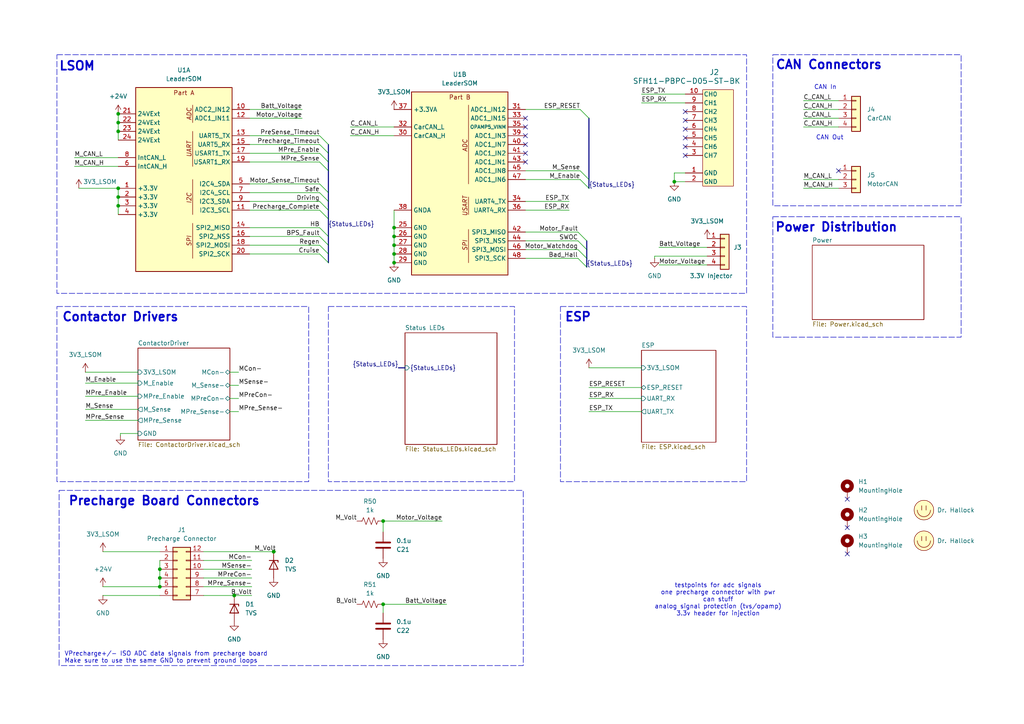
<source format=kicad_sch>
(kicad_sch (version 20250114) (generator "eeschema") (generator_version "9.0")
  (paper "A4")
  (lib_symbols
    (symbol "Connector_Generic:Conn_01x03" (pin_names (offset 1.016) (hide yes))
      (property "Reference" "J" (at 0 5.08 0))
      (property "Value" "Conn_01x03" (at 0 -5.08 0))
      (symbol "Conn_01x03_1_1"
        (rectangle (start -1.27 3.81) (end 1.27 -3.81) (stroke (width 0.254)) (fill (type background)))
        (rectangle (start -1.27 2.667) (end 0 2.413) (stroke (width 0.1524)))
        (rectangle (start -1.27 0.127) (end 0 -0.127) (stroke (width 0.1524)))
        (rectangle (start -1.27 -2.413) (end 0 -2.667) (stroke (width 0.1524)))
        (pin passive line (at -5.08 2.54 0) (length 3.81) (name "Pin_1") (number "1"))
        (pin passive line (at -5.08 0 0) (length 3.81) (name "Pin_2") (number "2"))
        (pin passive line (at -5.08 -2.54 0) (length 3.81) (name "Pin_3") (number "3"))
      )
    )
    (symbol "Connector_Generic:Conn_01x04" (pin_names (offset 1.016) (hide yes))
      (property "Reference" "J" (at 0 5.08 0))
      (property "Value" "Conn_01x04" (at 0 -7.62 0))
      (symbol "Conn_01x04_1_1"
        (rectangle (start -1.27 3.81) (end 1.27 -6.35) (stroke (width 0.254)) (fill (type background)))
        (rectangle (start -1.27 2.667) (end 0 2.413) (stroke (width 0.1524)))
        (rectangle (start -1.27 0.127) (end 0 -0.127) (stroke (width 0.1524)))
        (rectangle (start -1.27 -2.413) (end 0 -2.667) (stroke (width 0.1524)))
        (rectangle (start -1.27 -4.953) (end 0 -5.207) (stroke (width 0.1524)))
        (pin passive line (at -5.08 2.54 0) (length 3.81) (name "Pin_1") (number "1"))
        (pin passive line (at -5.08 0 0) (length 3.81) (name "Pin_2") (number "2"))
        (pin passive line (at -5.08 -2.54 0) (length 3.81) (name "Pin_3") (number "3"))
        (pin passive line (at -5.08 -5.08 0) (length 3.81) (name "Pin_4") (number "4"))
      )
    )
    (symbol "Connector_Generic:Conn_02x06_Counter_Clockwise" (pin_names (offset 1.016) (hide yes))
      (property "Reference" "J" (at 1.27 7.62 0))
      (property "Value" "Conn_02x06_Counter_Clockwise" (at 1.27 -10.16 0))
      (symbol "Conn_02x06_Counter_Clockwise_1_1"
        (rectangle (start -1.27 6.35) (end 3.81 -8.89) (stroke (width 0.254)) (fill (type background)))
        (rectangle (start -1.27 5.207) (end 0 4.953) (stroke (width 0.1524)))
        (rectangle (start -1.27 2.667) (end 0 2.413) (stroke (width 0.1524)))
        (rectangle (start -1.27 0.127) (end 0 -0.127) (stroke (width 0.1524)))
        (rectangle (start -1.27 -2.413) (end 0 -2.667) (stroke (width 0.1524)))
        (rectangle (start -1.27 -4.953) (end 0 -5.207) (stroke (width 0.1524)))
        (rectangle (start -1.27 -7.493) (end 0 -7.747) (stroke (width 0.1524)))
        (rectangle (start 3.81 5.207) (end 2.54 4.953) (stroke (width 0.1524)))
        (rectangle (start 3.81 2.667) (end 2.54 2.413) (stroke (width 0.1524)))
        (rectangle (start 3.81 0.127) (end 2.54 -0.127) (stroke (width 0.1524)))
        (rectangle (start 3.81 -2.413) (end 2.54 -2.667) (stroke (width 0.1524)))
        (rectangle (start 3.81 -4.953) (end 2.54 -5.207) (stroke (width 0.1524)))
        (rectangle (start 3.81 -7.493) (end 2.54 -7.747) (stroke (width 0.1524)))
        (pin passive line (at -5.08 5.08 0) (length 3.81) (name "Pin_1") (number "1"))
        (pin passive line (at -5.08 2.54 0) (length 3.81) (name "Pin_2") (number "2"))
        (pin passive line (at -5.08 0 0) (length 3.81) (name "Pin_3") (number "3"))
        (pin passive line (at -5.08 -2.54 0) (length 3.81) (name "Pin_4") (number "4"))
        (pin passive line (at -5.08 -5.08 0) (length 3.81) (name "Pin_5") (number "5"))
        (pin passive line (at -5.08 -7.62 0) (length 3.81) (name "Pin_6") (number "6"))
        (pin passive line (at 7.62 5.08 180) (length 3.81) (name "Pin_12") (number "12"))
        (pin passive line (at 7.62 2.54 180) (length 3.81) (name "Pin_11") (number "11"))
        (pin passive line (at 7.62 0 180) (length 3.81) (name "Pin_10") (number "10"))
        (pin passive line (at 7.62 -2.54 180) (length 3.81) (name "Pin_9") (number "9"))
        (pin passive line (at 7.62 -5.08 180) (length 3.81) (name "Pin_8") (number "8"))
        (pin passive line (at 7.62 -7.62 180) (length 3.81) (name "Pin_7") (number "7"))
      )
    )
    (symbol "Device:C" (pin_numbers (hide yes)) (pin_names (offset 0.254))
      (property "Reference" "C" (at 0.635 2.54 0))
      (property "Value" "C" (at 0.635 -2.54 0))
      (symbol "C_0_1"
        (polyline (pts (xy -2.032 0.762) (xy 2.032 0.762)) (stroke (width 0.508)))
        (polyline (pts (xy -2.032 -0.762) (xy 2.032 -0.762)) (stroke (width 0.508)))
      )
      (symbol "C_1_1"
        (pin passive line (at 0 3.81 270) (length 2.794) (name "~") (number "1"))
        (pin passive line (at 0 -3.81 90) (length 2.794) (name "~") (number "2"))
      )
    )
    (symbol "Device:D_Zener" (pin_numbers (hide yes)) (pin_names (offset 1.016) (hide yes))
      (property "Reference" "D" (at 0 2.54 0))
      (property "Value" "D_Zener" (at 0 -2.54 0))
      (symbol "D_Zener_0_1"
        (polyline (pts (xy -1.27 -1.27) (xy -1.27 1.27) (xy -0.762 1.27)) (stroke (width 0.254)))
        (polyline (pts (xy 1.27 0) (xy -1.27 0)))
        (polyline (pts (xy 1.27 -1.27) (xy 1.27 1.27) (xy -1.27 0) (xy 1.27 -1.27)) (stroke (width 0.254)))
      )
      (symbol "D_Zener_1_1"
        (pin passive line (at -3.81 0 0) (length 2.54) (name "K") (number "1"))
        (pin passive line (at 3.81 0 180) (length 2.54) (name "A") (number "2"))
      )
    )
    (symbol "Device:R_US" (pin_numbers (hide yes)) (pin_names (offset 0))
      (property "Reference" "R" (at 2.54 0 90))
      (property "Value" "R_US" (at -2.54 0 90))
      (symbol "R_US_0_1"
        (polyline (pts (xy 0 2.286) (xy 0 2.54)))
        (polyline (pts (xy 0 2.286) (xy 1.016 1.905) (xy 0 1.524) (xy -1.016 1.143) (xy 0 0.762)))
        (polyline (pts (xy 0 0.762) (xy 1.016 0.381) (xy 0 0) (xy -1.016 -0.381) (xy 0 -0.762)))
        (polyline (pts (xy 0 -0.762) (xy 1.016 -1.143) (xy 0 -1.524) (xy -1.016 -1.905) (xy 0 -2.286)))
        (polyline (pts (xy 0 -2.286) (xy 0 -2.54)))
      )
      (symbol "R_US_1_1"
        (pin passive line (at 0 3.81 270) (length 1.27) (name "~") (number "1"))
        (pin passive line (at 0 -3.81 90) (length 1.27) (name "~") (number "2"))
      )
    )
    (symbol "Mechanical:MountingHole_Pad" (pin_numbers (hide yes)) (pin_names (offset 1.016) (hide yes)) (in_bom no)
      (property "Reference" "H" (at 0 6.35 0))
      (property "Value" "MountingHole_Pad" (at 0 4.445 0))
      (symbol "MountingHole_Pad_0_1"
        (circle (center 0 1.27) (radius 1.27) (stroke (width 1.27)))
      )
      (symbol "MountingHole_Pad_1_1"
        (pin input line (at 0 -2.54 90) (length 2.54) (name "1") (number "1"))
      )
    )
    (symbol "UTSVT_Connectors:LeaderSOMConnector"
      (property "Reference" "U" (at 0 30.734 0))
      (property "Value" "LeaderSOM" (at -0.254 28.448 0))
      (symbol "LeaderSOMConnector_1_1"
        (rectangle (start -13.97 26.67) (end 13.97 -26.67) (stroke (width 0.254)) (fill (type background)))
        (polyline (pts (xy 2.54 16.51) (xy 2.54 21.59)))
        (polyline (pts (xy 2.54 3.81) (xy 2.54 13.97)))
        (polyline (pts (xy 2.54 -10.16) (xy 2.54 0)))
        (polyline (pts (xy 2.54 -22.86) (xy 2.54 -12.7)))
        (text "Part A" (at 0 25.146 0) (effects (font (size 1.27 1.27))))
        (text "ADC" (at 1.524 19.05 900) (effects (font (size 1.27 1.27) (italic yes))))
        (text "UART" (at 1.524 8.89 900) (effects (font (size 1.27 1.27) (italic yes))))
        (text "I2C" (at 1.524 -5.334 900) (effects (font (size 1.27 1.27) (italic yes))))
        (text "SPI" (at 1.524 -17.78 900) (effects (font (size 1.27 1.27) (italic yes))))
        (pin input line (at -19.05 19.05 0) (length 5.08) (name "24VExt") (number "21"))
        (pin input line (at -19.05 16.51 0) (length 5.08) (name "24VExt") (number "22"))
        (pin input line (at -19.05 13.97 0) (length 5.08) (name "24VExt") (number "23"))
        (pin input line (at -19.05 11.43 0) (length 5.08) (name "24VExt") (number "24"))
        (pin input line (at -19.05 6.35 0) (length 5.08) (name "IntCAN_L") (number "8"))
        (pin input line (at -19.05 3.81 0) (length 5.08) (name "IntCAN_H") (number "6"))
        (pin output line (at -19.05 -2.54 0) (length 5.08) (name "+3.3V") (number "1"))
        (pin output line (at -19.05 -5.08 0) (length 5.08) (name "+3.3V") (number "2"))
        (pin output line (at -19.05 -7.62 0) (length 5.08) (name "+3.3V") (number "3"))
        (pin output line (at -19.05 -10.16 0) (length 5.08) (name "+3.3V") (number "4"))
        (pin no_connect line (at -19.05 -15.24 0) (length 5.08) (hide yes) (name "MNT") (number "49"))
        (pin no_connect line (at -19.05 -17.78 0) (length 5.08) (hide yes) (name "MNT") (number "50"))
        (pin no_connect line (at -19.05 -20.32 0) (length 5.08) (hide yes) (name "MNT") (number "51"))
        (pin no_connect line (at -19.05 -22.606 0) (length 5.08) (hide yes) (name "MNT") (number "52"))
        (pin input line (at 19.05 20.32 180) (length 5.08) (name "ADC2_IN12") (number "10"))
        (pin input line (at 19.05 17.78 180) (length 5.08) (name "ADC1_IN11") (number "12"))
        (pin bidirectional line (at 19.05 12.7 180) (length 5.08) (name "UART5_TX") (number "13"))
        (pin bidirectional line (at 19.05 10.16 180) (length 5.08) (name "UART5_RX") (number "15"))
        (pin bidirectional line (at 19.05 7.62 180) (length 5.08) (name "USART1_TX") (number "17"))
        (pin bidirectional line (at 19.05 5.08 180) (length 5.08) (name "USART1_RX") (number "19"))
        (pin bidirectional line (at 19.05 -1.27 180) (length 5.08) (name "I2C4_SDA") (number "5"))
        (pin input line (at 19.05 -3.81 180) (length 5.08) (name "I2C4_SCL") (number "7"))
        (pin bidirectional line (at 19.05 -6.35 180) (length 5.08) (name "I2C3_SDA") (number "9"))
        (pin input line (at 19.05 -8.89 180) (length 5.08) (name "I2C3_SCL") (number "11"))
        (pin input line (at 19.05 -13.97 180) (length 5.08) (name "SPI2_MISO") (number "14"))
        (pin output line (at 19.05 -16.51 180) (length 5.08) (name "SPI2_NSS") (number "16"))
        (pin output line (at 19.05 -19.05 180) (length 5.08) (name "SPI2_MOSI") (number "18"))
        (pin output line (at 19.05 -21.59 180) (length 5.08) (name "SPI2_SCK") (number "20"))
      )
      (symbol "LeaderSOMConnector_2_1"
        (rectangle (start -13.97 26.67) (end 13.97 -26.416) (stroke (width 0.254)) (fill (type background)))
        (polyline (pts (xy 2.54 0) (xy 2.54 22.86)))
        (polyline (pts (xy 2.54 -8.89) (xy 2.54 -3.81)))
        (polyline (pts (xy 2.54 -22.86) (xy 2.54 -13.208)))
        (text "Part B" (at 0 25.146 0) (effects (font (size 1.27 1.27))))
        (text "ADC" (at 1.524 11.176 900) (effects (font (size 1.27 1.27) (italic yes))))
        (text "USART" (at 1.524 -6.35 900) (effects (font (size 1.27 1.27) (italic yes))))
        (text "SPI" (at 1.524 -17.78 900) (effects (font (size 1.27 1.27) (italic yes))))
        (pin output line (at -19.05 21.59 0) (length 5.08) (name "+3.3VA") (number "37"))
        (pin input line (at -19.05 16.51 0) (length 5.08) (name "CarCAN_L") (number "32"))
        (pin input line (at -19.05 13.97 0) (length 5.08) (name "CarCAN_H") (number "30"))
        (pin input line (at -19.05 -7.62 0) (length 5.08) (name "GNDA") (number "38"))
        (pin input line (at -19.05 -12.7 0) (length 5.08) (name "GND") (number "25"))
        (pin input line (at -19.05 -15.24 0) (length 5.08) (name "GND") (number "26"))
        (pin input line (at -19.05 -17.78 0) (length 5.08) (name "GND") (number "27"))
        (pin input line (at -19.05 -20.32 0) (length 5.08) (name "GND") (number "28"))
        (pin input line (at -19.05 -22.86 0) (length 5.08) (name "GND") (number "29"))
        (pin input line (at 19.05 21.59 180) (length 5.08) (name "ADC1_IN12") (number "31"))
        (pin output line (at 19.05 19.05 180) (length 5.08) (name "ADC1_IN15") (number "33"))
        (pin output line (at 19.05 16.51 180) (length 5.08) (name "OPAMP5_VINM") (number "35"))
        (pin output line (at 19.05 13.97 180) (length 5.08) (name "ADC1_IN3") (number "39"))
        (pin input line (at 19.05 11.43 180) (length 5.08) (name "ADC1_IN7") (number "40"))
        (pin input line (at 19.05 8.89 180) (length 5.08) (name "ADC1_IN2") (number "41"))
        (pin input line (at 19.05 6.35 180) (length 5.08) (name "ADC1_IN1") (number "43"))
        (pin output line (at 19.05 3.81 180) (length 5.08) (name "ADC1_IN8") (number "45"))
        (pin output line (at 19.05 1.27 180) (length 5.08) (name "ADC1_IN6") (number "47"))
        (pin output line (at 19.05 -5.08 180) (length 5.08) (name "UART4_TX") (number "34"))
        (pin output line (at 19.05 -7.62 180) (length 5.08) (name "UART4_RX") (number "36"))
        (pin output line (at 19.05 -13.97 180) (length 5.08) (name "SPI3_MISO") (number "42"))
        (pin input line (at 19.05 -16.51 180) (length 5.08) (name "SPI3_NSS") (number "44"))
        (pin output line (at 19.05 -19.05 180) (length 5.08) (name "SPI3_MOSI") (number "46"))
        (pin output line (at 19.05 -21.59 180) (length 5.08) (name "SPI3_SCK") (number "48"))
      )
    )
    (symbol "UTSVT_Connectors:SFH11-PBPC-D05-ST-BK" (pin_names (offset 0.254))
      (property "Reference" "J" (at 8.89 6.35 0))
      (property "Value" "SFH11-PBPC-D05-ST-BK" (at 8.89 4.318 0))
      (symbol "SFH11-PBPC-D05-ST-BK_1_1"
        (rectangle (start 5.08 2.54) (end 13.97 -25.4) (fill (type background)))
        (pin output line (at 0 1.27 0) (length 5.08) (name "CH0") (number "10"))
        (pin output line (at 0 -1.27 0) (length 5.08) (name "CH1") (number "9"))
        (pin output line (at 0 -3.81 0) (length 5.08) (name "CH2") (number "8"))
        (pin output line (at 0 -6.35 0) (length 5.08) (name "CH3") (number "7"))
        (pin output line (at 0 -8.89 0) (length 5.08) (name "CH4") (number "6"))
        (pin output line (at 0 -11.43 0) (length 5.08) (name "CH5") (number "5"))
        (pin output line (at 0 -13.97 0) (length 5.08) (name "CH6") (number "4"))
        (pin output line (at 0 -16.51 0) (length 5.08) (name "CH7") (number "3"))
        (pin output line (at 0 -21.59 0) (length 5.08) (name "GND") (number "1"))
        (pin output line (at 0 -24.13 0) (length 5.08) (name "GND") (number "2"))
      )
      (symbol "SFH11-PBPC-D05-ST-BK_1_2"
        (polyline (pts (xy 5.08 2.54) (xy 5.08 -25.4)) (stroke (width 0.127)))
        (polyline (pts (xy 5.08 -25.4) (xy 12.7 -25.4)) (stroke (width 0.127)))
        (polyline (pts (xy 7.62 0) (xy 5.08 0)) (stroke (width 0.127)))
        (polyline (pts (xy 7.62 0) (xy 8.89 0.8467)) (stroke (width 0.127)))
        (polyline (pts (xy 7.62 0) (xy 8.89 -0.8467)) (stroke (width 0.127)))
        (polyline (pts (xy 7.62 -2.54) (xy 5.08 -2.54)) (stroke (width 0.127)))
        (polyline (pts (xy 7.62 -2.54) (xy 8.89 -1.6933)) (stroke (width 0.127)))
        (polyline (pts (xy 7.62 -2.54) (xy 8.89 -3.3867)) (stroke (width 0.127)))
        (polyline (pts (xy 7.62 -5.08) (xy 5.08 -5.08)) (stroke (width 0.127)))
        (polyline (pts (xy 7.62 -5.08) (xy 8.89 -4.2333)) (stroke (width 0.127)))
        (polyline (pts (xy 7.62 -5.08) (xy 8.89 -5.9267)) (stroke (width 0.127)))
        (polyline (pts (xy 7.62 -7.62) (xy 5.08 -7.62)) (stroke (width 0.127)))
        (polyline (pts (xy 7.62 -7.62) (xy 8.89 -6.7733)) (stroke (width 0.127)))
        (polyline (pts (xy 7.62 -7.62) (xy 8.89 -8.4667)) (stroke (width 0.127)))
        (polyline (pts (xy 7.62 -10.16) (xy 5.08 -10.16)) (stroke (width 0.127)))
        (polyline (pts (xy 7.62 -10.16) (xy 8.89 -9.3133)) (stroke (width 0.127)))
        (polyline (pts (xy 7.62 -10.16) (xy 8.89 -11.0067)) (stroke (width 0.127)))
        (polyline (pts (xy 7.62 -12.7) (xy 5.08 -12.7)) (stroke (width 0.127)))
        (polyline (pts (xy 7.62 -12.7) (xy 8.89 -11.8533)) (stroke (width 0.127)))
        (polyline (pts (xy 7.62 -12.7) (xy 8.89 -13.5467)) (stroke (width 0.127)))
        (polyline (pts (xy 7.62 -15.24) (xy 5.08 -15.24)) (stroke (width 0.127)))
        (polyline (pts (xy 7.62 -15.24) (xy 8.89 -14.3933)) (stroke (width 0.127)))
        (polyline (pts (xy 7.62 -15.24) (xy 8.89 -16.0867)) (stroke (width 0.127)))
        (polyline (pts (xy 7.62 -17.78) (xy 5.08 -17.78)) (stroke (width 0.127)))
        (polyline (pts (xy 7.62 -17.78) (xy 8.89 -16.9333)) (stroke (width 0.127)))
        (polyline (pts (xy 7.62 -17.78) (xy 8.89 -18.6267)) (stroke (width 0.127)))
        (polyline (pts (xy 7.62 -20.32) (xy 5.08 -20.32)) (stroke (width 0.127)))
        (polyline (pts (xy 7.62 -20.32) (xy 8.89 -19.4733)) (stroke (width 0.127)))
        (polyline (pts (xy 7.62 -20.32) (xy 8.89 -21.1667)) (stroke (width 0.127)))
        (polyline (pts (xy 7.62 -22.86) (xy 5.08 -22.86)) (stroke (width 0.127)))
        (polyline (pts (xy 7.62 -22.86) (xy 8.89 -22.0133)) (stroke (width 0.127)))
        (polyline (pts (xy 7.62 -22.86) (xy 8.89 -23.7067)) (stroke (width 0.127)))
        (polyline (pts (xy 12.7 2.54) (xy 5.08 2.54)) (stroke (width 0.127)))
        (polyline (pts (xy 12.7 -25.4) (xy 12.7 2.54)) (stroke (width 0.127)))
        (pin unspecified line (at 0 0 0) (length 5.08) (name "1") (number "1"))
        (pin unspecified line (at 0 -2.54 0) (length 5.08) (name "2") (number "2"))
        (pin unspecified line (at 0 -5.08 0) (length 5.08) (name "3") (number "3"))
        (pin unspecified line (at 0 -7.62 0) (length 5.08) (name "4") (number "4"))
        (pin unspecified line (at 0 -10.16 0) (length 5.08) (name "5") (number "5"))
        (pin unspecified line (at 0 -12.7 0) (length 5.08) (name "6") (number "6"))
        (pin unspecified line (at 0 -15.24 0) (length 5.08) (name "7") (number "7"))
        (pin unspecified line (at 0 -17.78 0) (length 5.08) (name "8") (number "8"))
        (pin unspecified line (at 0 -20.32 0) (length 5.08) (name "9") (number "9"))
        (pin unspecified line (at 0 -22.86 0) (length 5.08) (name "10") (number "10"))
      )
    )
    (symbol "UTSVT_Misc:Logo_Placeholder" (pin_names (offset 1.016))
      (property "Value" "Dr. Hallock" (at 3.556 0 0))
      (symbol "Logo_Placeholder_0_1"
        (polyline (pts (xy -0.635 1.27) (xy -0.635 0)))
        (arc (start 1.905 0) (mid 0 -1.8967) (end -1.905 0))
        (circle (center 0 0) (radius 2.8448) (fill (type background)))
        (polyline (pts (xy 0.635 1.27) (xy 0.635 0)))
      )
    )
    (symbol "power:+12V" (power) (pin_numbers (hide yes)) (pin_names (offset 0) (hide yes))
      (property "Value" "+12V" (at 0 3.556 0))
      (symbol "+12V_0_1"
        (polyline (pts (xy -0.762 1.27) (xy 0 2.54)))
        (polyline (pts (xy 0 2.54) (xy 0.762 1.27)))
        (polyline (pts (xy 0 0) (xy 0 2.54)))
      )
      (symbol "+12V_1_1"
        (pin power_in line (at 0 0 90) (length 0) (name "~") (number "1"))
      )
    )
    (symbol "power:+3V3" (power) (pin_numbers (hide yes)) (pin_names (offset 0) (hide yes))
      (property "Value" "+3V3" (at 0 3.556 0))
      (symbol "+3V3_0_1"
        (polyline (pts (xy -0.762 1.27) (xy 0 2.54)))
        (polyline (pts (xy 0 2.54) (xy 0.762 1.27)))
        (polyline (pts (xy 0 0) (xy 0 2.54)))
      )
      (symbol "+3V3_1_1"
        (pin power_in line (at 0 0 90) (length 0) (name "~") (number "1"))
      )
    )
    (symbol "power:GND" (power) (pin_numbers (hide yes)) (pin_names (offset 0) (hide yes))
      (property "Value" "GND" (at 0 -3.81 0))
      (symbol "GND_0_1"
        (polyline (pts (xy 0 0) (xy 0 -1.27) (xy 1.27 -1.27) (xy 0 -2.54) (xy -1.27 -1.27) (xy 0 -1.27)))
      )
      (symbol "GND_1_1"
        (pin power_in line (at 0 0 270) (length 0) (name "~") (number "1"))
      )
    )
  )
  (bus_alias "Status_LEDs" (members "Precharge_Complete" "Precharge_Timeout" "PreSense_Timeout" "Motor_Fault" "BPS_Fault" "SWOC" "Motor_Watchdog" "Bad_Hall" "MPre_Sense" "MPre_Enable" "M_Sense" "M_Enable" "HB" "Regen" "Cruise" "Safe" "Driving" "ESP_RESET" "Motor_Sense_Timeout"))
  (rectangle (start 162.56 88.9) (end 216.535 139.7) (stroke (width 0) (type dash)))
  (rectangle (start 17.145 142.24) (end 151.765 193.04) (stroke (width 0) (type dash)))
  (rectangle (start 16.51 15.875) (end 216.535 85.09) (stroke (width 0) (type dash)))
  (rectangle (start 16.51 88.9) (end 89.535 139.7) (stroke (width 0) (type dash)))
  (rectangle (start 224.155 62.865) (end 278.765 97.79) (stroke (width 0) (type dash)))
  (rectangle (start 224.155 15.875) (end 278.765 59.69) (stroke (width 0) (type dash)))
  (rectangle (start 95.25 88.9) (end 149.225 139.7) (stroke (width 0) (type dash)))
  (text "Precharge Board Connectors" (at 47.625 145.415 0) (effects (font (size 2.54 2.54) (thickness 0.508) (bold yes))))
  (text "CAN In" (at 239.395 25.4 0) (effects (font (size 1.27 1.27))))
  (text "Contactor Drivers" (at 34.925 92.075 0) (effects (font (size 2.54 2.54) (thickness 0.508) (bold yes))))
  (text "testpoints for adc signals\none precharge connector with pwr\ncan stuff\nanalog signal protection (tvs/opamp)\n3.3v header for injection\n" (at 208.28 173.99 0) (effects (font (size 1.27 1.27))))
  (text "Power Distribution" (at 242.57 66.04 0) (effects (font (size 2.54 2.54) (thickness 0.508) (bold yes))))
  (text "VPrecharge+/- ISO ADC data signals from precharge board\nMake sure to use the same GND to prevent ground loops" (at 18.669 190.754 0) (effects (font (size 1.27 1.27)) (justify left)))
  (text "LSOM" (at 22.352 19.304 0) (effects (font (size 2.54 2.54) (thickness 0.508) (bold yes))))
  (text "ESP" (at 167.64 92.075 0) (effects (font (size 2.54 2.54) (thickness 0.508) (bold yes))))
  (text "CAN Out" (at 240.665 40.005 0) (effects (font (size 1.27 1.27))))
  (text "CAN Connectors" (at 240.411 18.923 0) (effects (font (size 2.54 2.54) (thickness 0.508) (bold yes))))
  (junction (at 34.29 33.02))
  (junction (at 111.125 151.13))
  (junction (at 34.29 54.61))
  (junction (at 34.29 59.69))
  (junction (at 114.3 73.66))
  (junction (at 114.3 76.2))
  (junction (at 46.355 170.18))
  (junction (at 34.29 38.1))
  (junction (at 67.945 172.72))
  (junction (at 114.3 68.58))
  (junction (at 46.355 165.1))
  (junction (at 46.355 167.64))
  (junction (at 114.3 71.12))
  (junction (at 79.375 160.02))
  (junction (at 195.58 52.705))
  (junction (at 34.29 35.56))
  (junction (at 114.3 66.04))
  (junction (at 111.125 175.26))
  (junction (at 34.29 57.15))
  (no_connect (at 152.4 39.37))
  (no_connect (at 152.4 36.83))
  (no_connect (at 198.755 37.465))
  (no_connect (at 245.745 153.035))
  (no_connect (at 198.755 32.385))
  (no_connect (at 198.755 45.085))
  (no_connect (at 152.4 44.45))
  (no_connect (at 245.745 144.78))
  (no_connect (at 245.745 160.655))
  (no_connect (at 198.755 42.545))
  (no_connect (at 152.4 34.29))
  (no_connect (at 152.4 46.99))
  (no_connect (at 198.755 34.925))
  (no_connect (at 198.755 40.005))
  (no_connect (at 243.205 49.53))
  (no_connect (at 152.4 41.91))
  (bus_entry (at 168.275 52.07) (size 2.54 2.54))
  (bus_entry (at 92.71 41.91) (size 2.54 2.54))
  (bus_entry (at 92.71 44.45) (size 2.54 2.54))
  (bus_entry (at 92.71 55.88) (size 2.54 2.54))
  (bus_entry (at 92.71 46.99) (size 2.54 2.54))
  (bus_entry (at 168.275 31.75) (size 2.54 2.54))
  (bus_entry (at 92.71 60.96) (size 2.54 2.54))
  (bus_entry (at 92.71 68.58) (size 2.54 2.54))
  (bus_entry (at 92.71 39.37) (size 2.54 2.54))
  (bus_entry (at 92.71 66.04) (size 2.54 2.54))
  (bus_entry (at 167.64 72.39) (size 2.54 2.54))
  (bus_entry (at 168.275 49.53) (size 2.54 2.54))
  (bus_entry (at 167.64 67.31) (size 2.54 2.54))
  (bus_entry (at 92.71 53.34) (size 2.54 2.54))
  (bus_entry (at 92.71 73.66) (size 2.54 2.54))
  (bus_entry (at 167.64 74.93) (size 2.54 2.54))
  (bus_entry (at 92.71 58.42) (size 2.54 2.54))
  (bus_entry (at 167.64 69.85) (size 2.54 2.54))
  (bus_entry (at 92.71 71.12) (size 2.54 2.54))
  (wire (pts (xy 152.4 49.53) (xy 168.275 49.53)))
  (wire (pts (xy 66.675 115.57) (xy 69.215 115.57)))
  (wire (pts (xy 152.4 58.42) (xy 165.1 58.42)))
  (wire (pts (xy 24.765 107.95) (xy 40.005 107.95)))
  (wire (pts (xy 72.39 44.45) (xy 92.71 44.45)))
  (wire (pts (xy 46.355 170.18) (xy 46.355 167.64)))
  (wire (pts (xy 24.765 111.125) (xy 40.005 111.125)))
  (wire (pts (xy 152.4 69.85) (xy 167.64 69.85)))
  (bus (pts (xy 170.815 52.07) (xy 170.815 54.61)))
  (wire (pts (xy 233.045 34.29) (xy 243.205 34.29)))
  (wire (pts (xy 128.27 151.13) (xy 111.125 151.13)))
  (bus (pts (xy 95.25 58.42) (xy 95.25 60.96)))
  (wire (pts (xy 34.29 59.69) (xy 34.29 62.23)))
  (wire (pts (xy 34.29 38.1) (xy 34.29 40.64)))
  (wire (pts (xy 114.3 73.66) (xy 114.3 76.2)))
  (bus (pts (xy 95.25 63.5) (xy 95.25 68.58)))
  (wire (pts (xy 72.39 66.04) (xy 92.71 66.04)))
  (wire (pts (xy 114.3 60.96) (xy 114.3 66.04)))
  (wire (pts (xy 59.055 167.64) (xy 73.025 167.64)))
  (bus (pts (xy 95.25 68.58) (xy 95.25 71.12)))
  (wire (pts (xy 24.765 118.745) (xy 40.005 118.745)))
  (wire (pts (xy 191.135 71.755) (xy 205.105 71.755)))
  (wire (pts (xy 114.3 36.83) (xy 101.6 36.83)))
  (wire (pts (xy 152.4 74.93) (xy 167.64 74.93)))
  (wire (pts (xy 34.29 57.15) (xy 34.29 59.69)))
  (wire (pts (xy 189.865 74.295) (xy 189.865 74.93)))
  (wire (pts (xy 72.39 39.37) (xy 92.71 39.37)))
  (wire (pts (xy 152.4 60.96) (xy 165.1 60.96)))
  (wire (pts (xy 72.39 41.91) (xy 92.71 41.91)))
  (wire (pts (xy 66.675 119.38) (xy 69.215 119.38)))
  (wire (pts (xy 80.01 160.02) (xy 79.375 160.02)))
  (wire (pts (xy 233.045 29.21) (xy 243.205 29.21)))
  (bus (pts (xy 95.25 73.66) (xy 95.25 76.2)))
  (wire (pts (xy 191.135 76.835) (xy 205.105 76.835)))
  (wire (pts (xy 34.29 54.61) (xy 34.29 57.15)))
  (bus (pts (xy 170.18 72.39) (xy 170.18 74.93)))
  (wire (pts (xy 233.045 31.75) (xy 243.205 31.75)))
  (wire (pts (xy 34.925 125.73) (xy 34.925 126.365)))
  (wire (pts (xy 114.3 39.37) (xy 101.6 39.37)))
  (wire (pts (xy 29.845 172.72) (xy 46.355 172.72)))
  (wire (pts (xy 152.4 67.31) (xy 167.64 67.31)))
  (wire (pts (xy 72.39 53.34) (xy 92.71 53.34)))
  (bus (pts (xy 95.25 46.99) (xy 95.25 49.53)))
  (wire (pts (xy 72.39 31.75) (xy 87.63 31.75)))
  (wire (pts (xy 24.765 114.935) (xy 40.005 114.935)))
  (wire (pts (xy 111.125 151.13) (xy 111.125 154.305)))
  (wire (pts (xy 195.58 52.705) (xy 198.755 52.705)))
  (bus (pts (xy 95.25 49.53) (xy 95.25 55.88)))
  (wire (pts (xy 46.355 165.1) (xy 46.355 167.64)))
  (wire (pts (xy 233.045 54.61) (xy 243.205 54.61)))
  (wire (pts (xy 111.125 175.26) (xy 111.125 177.8)))
  (wire (pts (xy 152.4 72.39) (xy 167.64 72.39)))
  (wire (pts (xy 72.39 71.12) (xy 92.71 71.12)))
  (wire (pts (xy 152.4 52.07) (xy 168.275 52.07)))
  (wire (pts (xy 29.845 170.18) (xy 46.355 170.18)))
  (wire (pts (xy 170.815 106.68) (xy 186.055 106.68)))
  (wire (pts (xy 92.71 46.99) (xy 72.39 46.99)))
  (bus (pts (xy 95.25 44.45) (xy 95.25 46.99)))
  (wire (pts (xy 29.845 160.02) (xy 46.355 160.02)))
  (wire (pts (xy 114.3 68.58) (xy 114.3 71.12)))
  (wire (pts (xy 34.29 33.02) (xy 34.29 35.56)))
  (wire (pts (xy 46.355 162.56) (xy 46.355 165.1)))
  (wire (pts (xy 34.29 35.56) (xy 34.29 38.1)))
  (wire (pts (xy 72.39 58.42) (xy 92.71 58.42)))
  (wire (pts (xy 22.86 54.61) (xy 34.29 54.61)))
  (wire (pts (xy 233.045 36.83) (xy 243.205 36.83)))
  (bus (pts (xy 170.18 69.85) (xy 170.18 72.39)))
  (wire (pts (xy 186.055 27.305) (xy 198.755 27.305)))
  (wire (pts (xy 34.29 48.26) (xy 21.59 48.26)))
  (wire (pts (xy 186.055 29.845) (xy 198.755 29.845)))
  (wire (pts (xy 72.39 34.29) (xy 87.63 34.29)))
  (wire (pts (xy 67.945 172.72) (xy 73.025 172.72)))
  (bus (pts (xy 117.475 106.68) (xy 115.57 106.68)))
  (wire (pts (xy 152.4 31.75) (xy 168.275 31.75)))
  (wire (pts (xy 24.765 121.92) (xy 40.005 121.92)))
  (wire (pts (xy 34.925 125.73) (xy 40.005 125.73)))
  (wire (pts (xy 189.865 74.295) (xy 205.105 74.295)))
  (wire (pts (xy 72.39 60.96) (xy 92.71 60.96)))
  (wire (pts (xy 59.055 170.18) (xy 73.025 170.18)))
  (wire (pts (xy 114.3 71.12) (xy 114.3 73.66)))
  (wire (pts (xy 170.815 119.38) (xy 186.055 119.38)))
  (bus (pts (xy 95.25 55.88) (xy 95.25 58.42)))
  (wire (pts (xy 195.58 50.165) (xy 198.755 50.165)))
  (wire (pts (xy 34.29 45.72) (xy 21.59 45.72)))
  (wire (pts (xy 195.58 50.165) (xy 195.58 52.705)))
  (wire (pts (xy 72.39 73.66) (xy 92.71 73.66)))
  (wire (pts (xy 59.055 165.1) (xy 73.025 165.1)))
  (wire (pts (xy 170.815 112.395) (xy 186.055 112.395)))
  (wire (pts (xy 59.055 172.72) (xy 67.945 172.72)))
  (wire (pts (xy 111.125 175.26) (xy 129.54 175.26)))
  (wire (pts (xy 233.045 52.07) (xy 243.205 52.07)))
  (wire (pts (xy 66.675 107.95) (xy 69.215 107.95)))
  (bus (pts (xy 95.25 60.96) (xy 95.25 63.5)))
  (wire (pts (xy 72.39 55.88) (xy 92.71 55.88)))
  (wire (pts (xy 114.3 66.04) (xy 114.3 68.58)))
  (bus (pts (xy 95.25 41.91) (xy 95.25 44.45)))
  (wire (pts (xy 59.055 160.02) (xy 79.375 160.02)))
  (wire (pts (xy 72.39 68.58) (xy 92.71 68.58)))
  (bus (pts (xy 95.25 71.12) (xy 95.25 73.66)))
  (bus (pts (xy 170.815 34.29) (xy 170.815 52.07)))
  (wire (pts (xy 59.055 162.56) (xy 73.025 162.56)))
  (wire (pts (xy 170.815 115.57) (xy 186.055 115.57)))
  (bus (pts (xy 170.18 74.93) (xy 170.18 77.47)))
  (wire (pts (xy 66.675 111.76) (xy 69.215 111.76)))
  (label "M_Enable" (at 24.765 111.125 0))
  (label "MCon-" (at 73.025 162.56 180))
  (label "B_Volt" (at 103.505 175.26 180))
  (label "HB" (at 92.71 66.04 180))
  (label "ESP_TX" (at 170.815 119.38 0))
  (label "PreSense_Timeout" (at 92.71 39.37 180))
  (label "ESP_RX" (at 165.1 60.96 180))
  (label "Motor_Watchdog" (at 167.64 72.39 180))
  (label "{Status_LEDs}" (at 115.57 106.68 180))
  (label "M_CAN_H" (at 21.59 48.26 0))
  (label "MSense-" (at 69.215 111.76 0))
  (label "Regen" (at 92.71 71.12 180))
  (label "Motor_Voltage" (at 128.27 151.13 180))
  (label "Motor_Fault" (at 167.64 67.31 180))
  (label "ESP_TX" (at 165.1 58.42 180))
  (label "MPreCon-" (at 73.025 167.64 180))
  (label "M_Enable" (at 168.275 52.07 180))
  (label "Driving" (at 92.71 58.42 180))
  (label "C_CAN_L" (at 233.045 29.21 0))
  (label "C_CAN_H" (at 233.045 36.83 0))
  (label "M_Volt" (at 80.01 160.02 180))
  (label "M_CAN_L" (at 233.045 52.07 0))
  (label "Motor_Sense_Timeout" (at 92.71 53.34 180))
  (label "Motor_Voltage" (at 87.63 34.29 180))
  (label "Safe" (at 92.7078 55.88 180))
  (label "B_Volt" (at 73.025 172.72 180))
  (label "MPreCon-" (at 69.215 115.57 0))
  (label "M_Sense" (at 24.765 118.745 0))
  (label "ESP_RESET" (at 168.275 31.75 180))
  (label "MPre_Sense" (at 24.765 121.92 0))
  (label "M_Sense" (at 168.275 49.53 180))
  (label "ESP_RX" (at 186.055 29.845 0))
  (label "MCon-" (at 69.215 107.95 0))
  (label "SWOC" (at 167.64 69.85 180))
  (label "C_CAN_L" (at 101.6 36.83 0))
  (label "MPre_Sense-" (at 73.025 170.18 180))
  (label "MPre_Sense-" (at 69.215 119.38 0))
  (label "MSense-" (at 73.025 165.1 180))
  (label "M_CAN_H" (at 233.045 54.61 0))
  (label "Motor_Voltage" (at 191.135 76.835 0))
  (label "MPre_Enable" (at 24.765 114.935 0))
  (label "Cruise" (at 92.71 73.66 180))
  (label "Precharge_Timeout" (at 92.71 41.91 180))
  (label "Batt_Voltage" (at 191.135 71.755 0))
  (label "C_CAN_H" (at 101.6 39.37 0))
  (label "C_CAN_H" (at 233.045 31.75 0))
  (label "{Status_LEDs}" (at 95.25 66.04 0))
  (label "Batt_Voltage" (at 129.54 175.26 180))
  (label "MPre_Enable" (at 92.71 44.45 180))
  (label "{Status_LEDs}" (at 170.18 77.47 0))
  (label "MPre_Sense" (at 92.71 46.99 180))
  (label "ESP_TX" (at 186.055 27.305 0))
  (label "BPS_Fault" (at 92.71 68.58 180))
  (label "ESP_RX" (at 170.815 115.57 0))
  (label "ESP_RESET" (at 170.815 112.395 0))
  (label "{Status_LEDs}" (at 170.815 54.61 0))
  (label "C_CAN_L" (at 233.045 34.29 0))
  (label "M_CAN_L" (at 21.59 45.72 0))
  (label "Bad_Hall" (at 167.64 74.93 180))
  (label "M_Volt" (at 103.505 151.13 180))
  (label "Precharge_Complete" (at 92.71 60.96 180))
  (label "Batt_Voltage" (at 87.63 31.75 180))
  (symbol (lib_id "Connector_Generic:Conn_01x03") (at 248.285 52.07 0) (unit 1)
    (property "Reference" "J5" (at 251.46 50.7999 0) (effects (justify left)))
    (property "Value" "MotorCAN" (at 251.46 53.3399 0) (effects (justify left)))
    (property "Footprint" "Connector_Molex:Molex_Nano-Fit_105309-xx03_1x03_P2.50mm_Vertical" (effects (hide yes)))
    (property "Description" "Generic connector, single row, 01x03, script generated (kicad-library-utils/schlib/autogen/connector/)" (effects (hide yes)))
  )
  (symbol (lib_id "Connector_Generic:Conn_01x04") (at 210.185 71.755 0) (unit 1) (in_bom no)
    (property "Reference" "J3" (at 212.725 71.7549 0) (effects (justify left)))
    (property "Value" "3.3V Injector" (at 200.025 80.0099 0) (effects (justify left)))
    (property "Footprint" "Connector_PinHeader_2.54mm:PinHeader_1x04_P2.54mm_Vertical" (effects (hide yes)))
    (property "Description" "Generic connector, single row, 01x04, script generated (kicad-library-utils/schlib/autogen/connector/)" (effects (hide yes)))
  )
  (symbol (lib_id "Device:C") (at 111.125 181.61 0) (mirror x) (unit 1)
    (property "Reference" "C22" (at 114.935 182.8801 0) (effects (justify left)))
    (property "Value" "0.1u" (at 114.935 180.3401 0) (effects (justify left)))
    (property "Footprint" "Capacitor_SMD:C_0603_1608Metric_Pad1.08x0.95mm_HandSolder" (effects (hide yes)))
    (property "Description" "Unpolarized capacitor" (effects (hide yes)))
    (property "P/N" "HMK107B7104KA-T" (effects (hide yes)))
    (property "Mouser Part Number" "963-HMK107B7104KA-T" (effects (hide yes)))
  )
  (symbol (lib_id "Connector_Generic:Conn_01x04") (at 248.285 31.75 0) (unit 1)
    (property "Reference" "J4" (at 251.46 31.7499 0) (effects (justify left)))
    (property "Value" "CarCAN" (at 251.46 34.2899 0) (effects (justify left)))
    (property "Footprint" "UTSVT_Connectors:Molex_Nano-Fit_105309-xx04_1x04_P2.50mm_Vertical" (effects (hide yes)))
    (property "Description" "Generic connector, single row, 01x04, script generated (kicad-library-utils/schlib/autogen/connector/)" (effects (hide yes)))
  )
  (symbol (lib_id "power:GND") (at 67.945 180.34 0) (mirror y) (unit 1)
    (property "Reference" "#PWR08" (effects (hide yes)))
    (property "Value" "GND" (at 67.945 185.42 0))
    (property "Description" "Power symbol creates a global label with name \"GND\" , ground" (effects (hide yes)))
  )
  (symbol (lib_id "UTSVT_Misc:Logo_Placeholder") (at 267.97 147.955 0) (unit 1) (in_bom no)
    (property "Reference" "LOGO1" (effects (hide yes)))
    (property "Value" "Dr. Hallock" (at 271.78 147.9549 0) (effects (justify left)))
    (property "Footprint" "UTSVT_Logos:Hallock_Image_Tiny" (effects (hide yes)))
    (property "Description" "Graph footprint placeholder" (effects (hide yes)))
  )
  (symbol (lib_id "power:GND") (at 34.925 126.365 0) (mirror y) (unit 1)
    (property "Reference" "#PWR07" (effects (hide yes)))
    (property "Value" "GND" (at 34.925 131.445 0))
    (property "Description" "Power symbol creates a global label with name \"GND\" , ground" (effects (hide yes)))
  )
  (symbol (lib_id "power:+12V") (at 29.845 170.18 0) (unit 1)
    (property "Reference" "#PWR04" (effects (hide yes)))
    (property "Value" "+24V" (at 29.845 165.1 0))
    (property "Description" "Power symbol creates a global label with name \"+12V\"" (effects (hide yes)))
  )
  (symbol (lib_id "power:GND") (at 189.865 74.93 0) (mirror y) (unit 1)
    (property "Reference" "#PWR013" (effects (hide yes)))
    (property "Value" "GND" (at 189.865 80.01 0))
    (property "Description" "Power symbol creates a global label with name \"GND\" , ground" (effects (hide yes)))
  )
  (symbol (lib_id "Device:C") (at 111.125 158.115 0) (mirror x) (unit 1)
    (property "Reference" "C21" (at 114.935 159.3851 0) (effects (justify left)))
    (property "Value" "0.1u" (at 114.935 156.8451 0) (effects (justify left)))
    (property "Footprint" "Capacitor_SMD:C_0603_1608Metric_Pad1.08x0.95mm_HandSolder" (effects (hide yes)))
    (property "Description" "Unpolarized capacitor" (effects (hide yes)))
    (property "P/N" "HMK107B7104KA-T" (effects (hide yes)))
    (property "Mouser Part Number" "963-HMK107B7104KA-T" (effects (hide yes)))
  )
  (symbol (lib_id "power:+3V3") (at 170.815 106.68 0) (unit 1)
    (property "Reference" "#PWR012" (effects (hide yes)))
    (property "Value" "3V3_LSOM" (at 170.815 101.6 0))
    (property "Description" "Power symbol creates a global label with name \"+3V3\"" (effects (hide yes)))
  )
  (symbol (lib_id "power:GND") (at 29.845 172.72 0) (mirror y) (unit 1)
    (property "Reference" "#PWR05" (effects (hide yes)))
    (property "Value" "GND" (at 29.845 177.8 0))
    (property "Description" "Power symbol creates a global label with name \"GND\" , ground" (effects (hide yes)))
  )
  (symbol (lib_id "power:GND") (at 111.125 185.42 0) (mirror y) (unit 1)
    (property "Reference" "#PWR083" (effects (hide yes)))
    (property "Value" "GND" (at 111.125 190.5 0))
    (property "Description" "Power symbol creates a global label with name \"GND\" , ground" (effects (hide yes)))
  )
  (symbol (lib_id "UTSVT_Connectors:SFH11-PBPC-D05-ST-BK") (at 198.755 28.575 0) (unit 1)
    (property "Reference" "J2" (at 205.74 20.955 0) (effects (font (size 1.524 1.524)) (justify left)))
    (property "Value" "SFH11-PBPC-D05-ST-BK" (at 183.515 23.495 0) (effects (font (size 1.524 1.524)) (justify left)))
    (property "Footprint" "UTSVT_Connectors:CONN_SFH11-xxxC-D05-ST-XX_SUL" (effects (hide yes)))
    (property "Datasheet" "https://www.digikey.com/en/products/detail/sullins-connector-solutions/SFH11-PBPC-D05-ST-BK/1990087?gclsrc=aw.ds&gad_source=1&gad_campaignid=120565755&gbraid=0AAAAADrbLljEsXDDEt5svizMM4jeYrL-A&gclid=Cj0KCQjwwZDFBhCpARIsAB95qO2YCKMg2VQme3QQBBCFa3dTLVMMS-qCbMZE8KZJpYe-_Bi6ULwi-x0aAvv3EALw_wcB" (effects (hide yes)))
    (property "Description" "Connector interfacing with logic analyzers" (effects (hide yes)))
    (property "P/N" "SFH11-PBPC-D05-ST-BK" (effects (hide yes)))
  )
  (symbol (lib_id "power:GND") (at 111.125 161.925 0) (mirror y) (unit 1)
    (property "Reference" "#PWR052" (effects (hide yes)))
    (property "Value" "GND" (at 111.125 167.005 0))
    (property "Description" "Power symbol creates a global label with name \"GND\" , ground" (effects (hide yes)))
  )
  (symbol (lib_id "power:+3V3") (at 29.845 160.02 0) (unit 1)
    (property "Reference" "#PWR03" (effects (hide yes)))
    (property "Value" "3V3_LSOM" (at 29.845 154.94 0))
    (property "Description" "Power symbol creates a global label with name \"+3V3\"" (effects (hide yes)))
  )
  (symbol (lib_id "Device:D_Zener") (at 67.945 176.53 270) (unit 1)
    (property "Reference" "D1" (at 71.12 175.2599 90) (effects (justify left)))
    (property "Value" "TVS" (at 71.12 177.7999 90) (effects (justify left)))
    (property "Footprint" "Diode_SMD:D_SOD-123F" (effects (hide yes)))
    (property "Datasheet" "https://www.littelfuse.com/assetdocs/tvs-diodes-smf3?assetguid=2e80cd26-b0c3-442f-9d77-27a283ccff4f" (effects (hide yes)))
    (property "Description" "Zener diode" (effects (hide yes)))
    (property "P/N" "SMF3.3" (effects (hide yes)))
    (property "Mouser Part Number" "576-SMF3.3" (effects (hide yes)))
  )
  (symbol (lib_id "power:+3V3") (at 114.3 31.75 0) (unit 1)
    (property "Reference" "#PWR010" (effects (hide yes)))
    (property "Value" "3V3_LSOM" (at 114.3 26.67 0))
    (property "Description" "Power symbol creates a global label with name \"+3V3\"" (effects (hide yes)))
  )
  (symbol (lib_id "Device:R_US") (at 107.315 175.26 270) (unit 1)
    (property "Reference" "R51" (at 107.315 169.545 90))
    (property "Value" "1k" (at 107.315 172.085 90))
    (property "Footprint" "Resistor_SMD:R_0603_1608Metric_Pad0.98x0.95mm_HandSolder" (effects (hide yes)))
    (property "Description" "Resistor, US symbol" (effects (hide yes)))
    (property "P/N" "CRCW06031K00FKEI" (effects (hide yes)))
    (property "Mouser Part Number" "71-CRCW06031K00FKEI" (effects (hide yes)))
  )
  (symbol (lib_id "Connector_Generic:Conn_02x06_Counter_Clockwise") (at 51.435 165.1 0) (unit 1)
    (property "Reference" "J1" (at 52.705 153.67 0))
    (property "Value" "Precharge Connector" (at 52.705 156.21 0))
    (property "Footprint" "Connector_Molex:Molex_Nano-Fit_105310-xx12_2x06_P2.50mm_Vertical" (effects (hide yes)))
    (property "Description" "Generic connector, double row, 02x06, counter clockwise pin numbering scheme (similar to DIP package numbering), script generated (kicad-library-utils/schlib/autogen/connector/)" (effects (hide yes)))
  )
  (symbol (lib_id "power:GND") (at 79.375 167.64 0) (mirror y) (unit 1)
    (property "Reference" "#PWR09" (effects (hide yes)))
    (property "Value" "GND" (at 79.375 172.72 0))
    (property "Description" "Power symbol creates a global label with name \"GND\" , ground" (effects (hide yes)))
  )
  (symbol (lib_id "Mechanical:MountingHole_Pad") (at 245.745 158.115 0) (unit 1) (in_bom no)
    (property "Reference" "H3" (at 248.92 155.5749 0) (effects (justify left)))
    (property "Value" "MountingHole" (at 248.92 158.1149 0) (effects (justify left)))
    (property "Footprint" "MountingHole:MountingHole_3.2mm_M3_Pad_TopBottom" (effects (hide yes)))
    (property "Description" "Mounting Hole with connection" (effects (hide yes)))
  )
  (symbol (lib_id "Mechanical:MountingHole_Pad") (at 245.745 150.495 0) (unit 1) (in_bom no)
    (property "Reference" "H2" (at 248.92 147.9549 0) (effects (justify left)))
    (property "Value" "MountingHole" (at 248.92 150.4949 0) (effects (justify left)))
    (property "Footprint" "MountingHole:MountingHole_3.2mm_M3_Pad_TopBottom" (effects (hide yes)))
    (property "Description" "Mounting Hole with connection" (effects (hide yes)))
  )
  (symbol (lib_id "Device:R_US") (at 107.315 151.13 270) (unit 1)
    (property "Reference" "R50" (at 107.315 145.415 90))
    (property "Value" "1k" (at 107.315 147.955 90))
    (property "Footprint" "Resistor_SMD:R_0603_1608Metric_Pad0.98x0.95mm_HandSolder" (effects (hide yes)))
    (property "Description" "Resistor, US symbol" (effects (hide yes)))
    (property "P/N" "CRCW06031K00FKEI" (effects (hide yes)))
    (property "Mouser Part Number" "71-CRCW06031K00FKEI" (effects (hide yes)))
  )
  (symbol (lib_id "power:GND") (at 114.3 76.2 0) (unit 1)
    (property "Reference" "#PWR011" (effects (hide yes)))
    (property "Value" "GND" (at 114.3 81.28 0))
    (property "Description" "Power symbol creates a global label with name \"GND\" , ground" (effects (hide yes)))
  )
  (symbol (lib_id "power:+3V3") (at 205.105 69.215 0) (unit 1)
    (property "Reference" "#PWR015" (effects (hide yes)))
    (property "Value" "3V3_LSOM" (at 205.105 64.135 0))
    (property "Description" "Power symbol creates a global label with name \"+3V3\"" (effects (hide yes)))
  )
  (symbol (lib_id "Device:D_Zener") (at 79.375 163.83 270) (unit 1)
    (property "Reference" "D2" (at 82.55 162.5599 90) (effects (justify left)))
    (property "Value" "TVS" (at 82.55 165.0999 90) (effects (justify left)))
    (property "Footprint" "Diode_SMD:D_SOD-123F" (effects (hide yes)))
    (property "Datasheet" "https://www.littelfuse.com/assetdocs/tvs-diodes-smf3?assetguid=2e80cd26-b0c3-442f-9d77-27a283ccff4f" (effects (hide yes)))
    (property "Description" "Zener diode" (effects (hide yes)))
    (property "P/N" "SMF3.3" (effects (hide yes)))
    (property "Mouser Part Number" "576-SMF3.3" (effects (hide yes)))
  )
  (symbol (lib_id "UTSVT_Misc:Logo_Placeholder") (at 267.97 156.845 0) (unit 1) (in_bom no)
    (property "Reference" "LOGO2" (effects (hide yes)))
    (property "Value" "Dr. Hallock" (at 271.78 156.8449 0) (effects (justify left)))
    (property "Footprint" "UTSVT_Logos:LHRs_LOGO" (effects (hide yes)))
    (property "Description" "Graph footprint placeholder" (effects (hide yes)))
  )
  (symbol (lib_id "power:GND") (at 195.58 52.705 0) (mirror y) (unit 1)
    (property "Reference" "#PWR014" (effects (hide yes)))
    (property "Value" "GND" (at 195.58 57.785 0))
    (property "Description" "Power symbol creates a global label with name \"GND\" , ground" (effects (hide yes)))
  )
  (symbol (lib_id "Mechanical:MountingHole_Pad") (at 245.745 142.24 0) (unit 1) (in_bom no)
    (property "Reference" "H1" (at 248.92 139.6999 0) (effects (justify left)))
    (property "Value" "MountingHole" (at 248.92 142.2399 0) (effects (justify left)))
    (property "Footprint" "MountingHole:MountingHole_3.2mm_M3_Pad_TopBottom" (effects (hide yes)))
    (property "Description" "Mounting Hole with connection" (effects (hide yes)))
  )
  (symbol (lib_id "UTSVT_Connectors:LeaderSOMConnector") (at 53.34 52.07 0) (unit 1)
    (property "Reference" "U1" (at 53.34 20.32 0))
    (property "Value" "LeaderSOM" (at 53.34 22.86 0))
    (property "Footprint" "UTSVT_Special:LeaderSOM" (effects (hide yes)))
    (property "Datasheet" "https://github.com/lhr-solar/LeaderSOMPCB" (effects (hide yes)))
    (property "Description" "Symbol for both board-to-board connectors from the LeaderSOM" (effects (hide yes)))
  )
  (symbol (lib_id "power:+12V") (at 34.29 33.02 0) (unit 1)
    (property "Reference" "#PWR06" (effects (hide yes)))
    (property "Value" "+24V" (at 34.29 27.94 0))
    (property "Description" "Power symbol creates a global label with name \"+12V\"" (effects (hide yes)))
  )
  (symbol (lib_id "power:+3V3") (at 24.765 107.95 0) (unit 1)
    (property "Reference" "#PWR02" (effects (hide yes)))
    (property "Value" "3V3_LSOM" (at 24.765 102.87 0))
    (property "Description" "Power symbol creates a global label with name \"+3V3\"" (effects (hide yes)))
  )
  (symbol (lib_id "power:+3V3") (at 22.86 54.61 0) (unit 1)
    (property "Reference" "#PWR01" (effects (hide yes)))
    (property "Value" "3V3_LSOM" (at 24.13 52.7049 0) (effects (justify left)))
    (property "Description" "Power symbol creates a global label with name \"+3V3\"" (effects (hide yes)))
  )
  (symbol (lib_id "UTSVT_Connectors:LeaderSOMConnector") (at 133.35 53.34 0) (unit 2)
    (property "Reference" "U1" (at 133.35 21.59 0))
    (property "Value" "LeaderSOM" (at 133.35 24.13 0))
    (property "Footprint" "UTSVT_Special:LeaderSOM" (effects (hide yes)))
    (property "Datasheet" "https://github.com/lhr-solar/LeaderSOMPCB" (effects (hide yes)))
    (property "Description" "Symbol for both board-to-board connectors from the LeaderSOM" (effects (hide yes)))
  )
  (sheet (at 235.585 71.12) (size 32.385 21.59) (stroke (width 0.1524))
    (property "Sheetname" "Power" (at 235.585 70.4084 0) (effects (justify left bottom)))
    (property "Sheetfile" "Power.kicad_sch" (at 235.585 93.2946 0) (effects (justify left top)))
  )
  (sheet (at 186.055 101.6) (size 21.59 26.67) (stroke (width 0.1524))
    (property "Sheetname" "ESP" (at 186.055 100.8884 0) (effects (justify left bottom)))
    (property "Sheetfile" "ESP.kicad_sch" (at 186.055 128.8546 0) (effects (justify left top)))
    (pin "UART_RX" input (at 186.055 115.57 180))
    (pin "UART_TX" output (at 186.055 119.38 180))
    (pin "3V3_LSOM" input (at 186.055 106.68 180))
    (pin "ESP_RESET" bidirectional (at 186.055 112.395 180))
  )
  (sheet (at 40.005 100.965) (size 26.67 26.67) (stroke (width 0.1524))
    (property "Sheetname" "ContactorDriver" (at 40.005 100.2534 0) (effects (justify left bottom)))
    (property "Sheetfile" "ContactorDriver.kicad_sch" (at 40.005 128.2196 0) (effects (justify left top)))
    (pin "MPre_Enable" input (at 40.005 114.935 180))
    (pin "MPre_Sense" output (at 40.005 121.92 180))
    (pin "M_Enable" input (at 40.005 111.125 180))
    (pin "M_Sense" output (at 40.005 118.745 180))
    (pin "3V3_LSOM" input (at 40.005 107.95 180))
    (pin "GND" input (at 40.005 125.73 180))
    (pin "MCon-" bidirectional (at 66.675 107.95 0))
    (pin "M_Sense-" bidirectional (at 66.675 111.76 0))
    (pin "MPreCon-" bidirectional (at 66.675 115.57 0))
    (pin "MPre_Sense-" bidirectional (at 66.675 119.38 0))
  )
  (sheet (at 117.475 96.52) (size 26.67 32.385) (stroke (width 0.1524))
    (property "Sheetname" "Status LEDs" (at 117.475 95.8084 0) (effects (justify left bottom)))
    (property "Sheetfile" "Status_LEDs.kicad_sch" (at 117.475 129.4896 0) (effects (justify left top)))
    (pin "{Status_LEDs}" input (at 117.475 106.68 180))
  )
)
</source>
